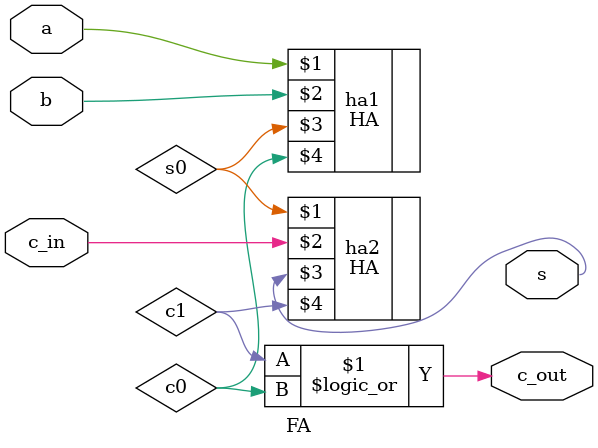
<source format=v>
module adder #(parameter N=4) (
input [N-1:0] a,b,
input c_in,
output[N-1:0] s,
output  c_out
);
wire [N-2:0] c;
FA full_adder [N-1:0] (a,b,{c[N-2:0],c_in},s,{c_out,c[N-2:0]});
endmodule 
module FA(a,b,c_in,s,c_out);
input   a,b,c_in;
output  s,c_out;
wire s0,c0,c1;
HA ha1(a,b,s0,c0);
HA ha2(s0,c_in,s,c1);
assign c_out=c1||c0;
endmodule 
</source>
